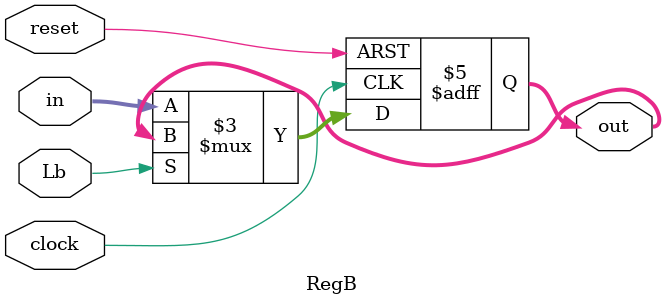
<source format=sv>
module RegB(input clock, reset, Lb, input reg [7:0] in, output logic [7:0] out);

	always @(posedge clock or posedge reset) begin
		if (reset)
                  out = 8'hzz;
		else if(~Lb)
		  out <= in;
              
	end

endmodule 

</source>
